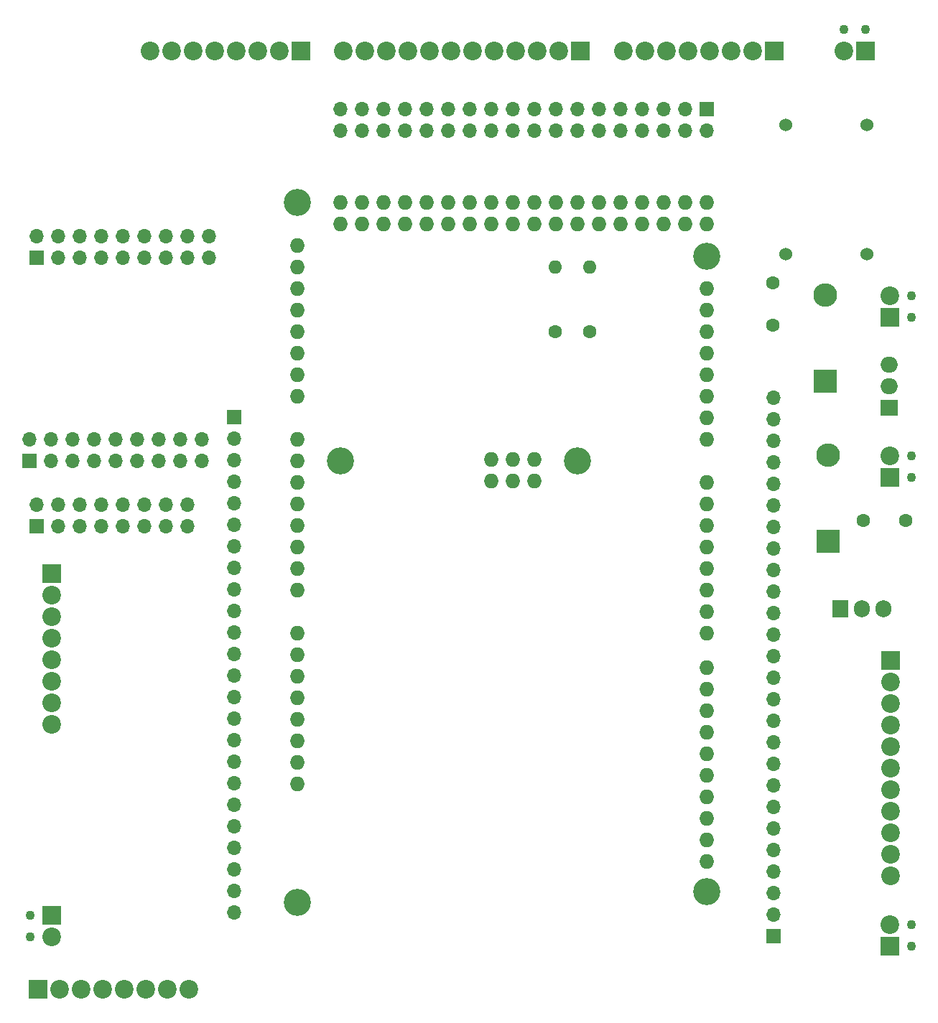
<source format=gbr>
%TF.GenerationSoftware,KiCad,Pcbnew,5.1.10-1.fc34*%
%TF.CreationDate,2021-08-02T19:45:02+02:00*%
%TF.ProjectId,domo_pool_hard,646f6d6f-5f70-46f6-9f6c-5f686172642e,rev?*%
%TF.SameCoordinates,Original*%
%TF.FileFunction,Soldermask,Bot*%
%TF.FilePolarity,Negative*%
%FSLAX46Y46*%
G04 Gerber Fmt 4.6, Leading zero omitted, Abs format (unit mm)*
G04 Created by KiCad (PCBNEW 5.1.10-1.fc34) date 2021-08-02 19:45:02*
%MOMM*%
%LPD*%
G01*
G04 APERTURE LIST*
%ADD10O,1.727200X1.727200*%
%ADD11C,3.200000*%
%ADD12O,1.700000X1.700000*%
%ADD13R,1.700000X1.700000*%
%ADD14C,1.524000*%
%ADD15O,1.600000X1.600000*%
%ADD16C,1.600000*%
%ADD17O,1.905000X2.000000*%
%ADD18R,1.905000X2.000000*%
%ADD19O,2.000000X1.905000*%
%ADD20R,2.000000X1.905000*%
%ADD21C,2.200000*%
%ADD22R,2.200000X2.200000*%
%ADD23C,1.100000*%
%ADD24O,2.800000X2.800000*%
%ADD25R,2.800000X2.800000*%
G04 APERTURE END LIST*
D10*
%TO.C,XA1*%
X94480000Y-112373000D03*
X71620000Y-79480000D03*
X71620000Y-82020000D03*
X74160000Y-79480000D03*
X74160000Y-82020000D03*
X76700000Y-79480000D03*
X76700000Y-82020000D03*
X79240000Y-79480000D03*
X79240000Y-82020000D03*
X81780000Y-79480000D03*
X81780000Y-82020000D03*
X84320000Y-79480000D03*
X84320000Y-82020000D03*
X86860000Y-79480000D03*
X86860000Y-82020000D03*
X89400000Y-79480000D03*
X89400000Y-82020000D03*
X91940000Y-79480000D03*
X91940000Y-82020000D03*
X94480000Y-79480000D03*
X94480000Y-82020000D03*
X97020000Y-79480000D03*
X97020000Y-82020000D03*
X99560000Y-79480000D03*
X99560000Y-82020000D03*
X102100000Y-79480000D03*
X102100000Y-82020000D03*
X104640000Y-79480000D03*
X104640000Y-82020000D03*
X107180000Y-79480000D03*
X107180000Y-82020000D03*
X109720000Y-79480000D03*
X109720000Y-82020000D03*
X112260000Y-79480000D03*
X112260000Y-82020000D03*
X114800000Y-79480000D03*
X114800000Y-82020000D03*
X66540000Y-84560000D03*
X66540000Y-87100000D03*
X66540000Y-89640000D03*
X66540000Y-92180000D03*
X66540000Y-94720000D03*
X66540000Y-97260000D03*
X66540000Y-99800000D03*
X66540000Y-102340000D03*
X66540000Y-107420000D03*
X66540000Y-109960000D03*
X66540000Y-112500000D03*
X66540000Y-115040000D03*
X66540000Y-117580000D03*
X66540000Y-120120000D03*
X66540000Y-122660000D03*
X66540000Y-148060000D03*
X114800000Y-141964000D03*
X114800000Y-144504000D03*
X114800000Y-147044000D03*
X114800000Y-152124000D03*
X114800000Y-154664000D03*
X114800000Y-157204000D03*
D11*
X66540000Y-162030000D03*
X66540000Y-79480000D03*
X114800000Y-160760000D03*
X114800000Y-85830000D03*
X99560000Y-109960000D03*
X71620000Y-109960000D03*
D10*
X114800000Y-139424000D03*
X114800000Y-136884000D03*
X114800000Y-134344000D03*
X114800000Y-149584000D03*
X114800000Y-130280000D03*
X114800000Y-127740000D03*
X114800000Y-125200000D03*
X114800000Y-122660000D03*
X114800000Y-120120000D03*
X114800000Y-117580000D03*
X114800000Y-115040000D03*
X114800000Y-112500000D03*
X114800000Y-107420000D03*
X114800000Y-104880000D03*
X114800000Y-102340000D03*
X114800000Y-99800000D03*
X114800000Y-97260000D03*
X114800000Y-94720000D03*
X114800000Y-92180000D03*
X114800000Y-89640000D03*
X66540000Y-145520000D03*
X66540000Y-142980000D03*
X66540000Y-140440000D03*
X66540000Y-137900000D03*
X66540000Y-135360000D03*
X66540000Y-132820000D03*
X66540000Y-130280000D03*
X66540000Y-125200000D03*
X94480000Y-109833000D03*
X91940000Y-112373000D03*
X91940000Y-109833000D03*
X89400000Y-109833000D03*
X89400000Y-112373000D03*
%TD*%
D12*
%TO.C,J17*%
X53580000Y-115160000D03*
X53580000Y-117700000D03*
X51040000Y-115160000D03*
X51040000Y-117700000D03*
X48500000Y-115160000D03*
X48500000Y-117700000D03*
X45960000Y-115160000D03*
X45960000Y-117700000D03*
X43420000Y-115160000D03*
X43420000Y-117700000D03*
X40880000Y-115160000D03*
X40880000Y-117700000D03*
X38340000Y-115160000D03*
X38340000Y-117700000D03*
X35800000Y-115160000D03*
D13*
X35800000Y-117700000D03*
%TD*%
D14*
%TO.C,U1*%
X133695000Y-85555000D03*
X124170000Y-85555000D03*
X124170000Y-70315000D03*
X133695000Y-70315000D03*
%TD*%
D15*
%TO.C,R2*%
X97000000Y-87080000D03*
D16*
X97000000Y-94700000D03*
%TD*%
D15*
%TO.C,R1*%
X101000000Y-87080000D03*
D16*
X101000000Y-94700000D03*
%TD*%
D17*
%TO.C,Q2*%
X135680000Y-127400000D03*
X133140000Y-127400000D03*
D18*
X130600000Y-127400000D03*
%TD*%
D19*
%TO.C,Q1*%
X136300000Y-98620000D03*
X136300000Y-101160000D03*
D20*
X136300000Y-103700000D03*
%TD*%
D12*
%TO.C,J16*%
X55320000Y-107460000D03*
X55320000Y-110000000D03*
X52780000Y-107460000D03*
X52780000Y-110000000D03*
X50240000Y-107460000D03*
X50240000Y-110000000D03*
X47700000Y-107460000D03*
X47700000Y-110000000D03*
X45160000Y-107460000D03*
X45160000Y-110000000D03*
X42620000Y-107460000D03*
X42620000Y-110000000D03*
X40080000Y-107460000D03*
X40080000Y-110000000D03*
X37540000Y-107460000D03*
X37540000Y-110000000D03*
X35000000Y-107460000D03*
D13*
X35000000Y-110000000D03*
%TD*%
D12*
%TO.C,J15*%
X56120000Y-83460000D03*
X56120000Y-86000000D03*
X53580000Y-83460000D03*
X53580000Y-86000000D03*
X51040000Y-83460000D03*
X51040000Y-86000000D03*
X48500000Y-83460000D03*
X48500000Y-86000000D03*
X45960000Y-83460000D03*
X45960000Y-86000000D03*
X43420000Y-83460000D03*
X43420000Y-86000000D03*
X40880000Y-83460000D03*
X40880000Y-86000000D03*
X38340000Y-83460000D03*
X38340000Y-86000000D03*
X35800000Y-83460000D03*
D13*
X35800000Y-86000000D03*
%TD*%
D21*
%TO.C,J14*%
X136500000Y-158900000D03*
X136500000Y-156360000D03*
X136500000Y-153820000D03*
X136500000Y-151280000D03*
X136500000Y-148740000D03*
X136500000Y-146200000D03*
X136500000Y-143660000D03*
X136500000Y-141120000D03*
X136500000Y-138580000D03*
X136500000Y-136040000D03*
D22*
X136500000Y-133500000D03*
%TD*%
D23*
%TO.C,J13*%
X138940000Y-164660000D03*
D21*
X136400000Y-164660000D03*
D23*
X138940000Y-167200000D03*
D22*
X136400000Y-167200000D03*
%TD*%
D21*
%TO.C,J12*%
X71960000Y-61600000D03*
X74500000Y-61600000D03*
X77040000Y-61600000D03*
X79580000Y-61600000D03*
X82120000Y-61600000D03*
X84660000Y-61600000D03*
X87200000Y-61600000D03*
X89740000Y-61600000D03*
X92280000Y-61600000D03*
X94820000Y-61600000D03*
X97360000Y-61600000D03*
D22*
X99900000Y-61600000D03*
%TD*%
D12*
%TO.C,J11*%
X122700000Y-102520000D03*
X122700000Y-105060000D03*
X122700000Y-107600000D03*
X122700000Y-110140000D03*
X122700000Y-112680000D03*
X122700000Y-115220000D03*
X122700000Y-117760000D03*
X122700000Y-120300000D03*
X122700000Y-122840000D03*
X122700000Y-125380000D03*
X122700000Y-127920000D03*
X122700000Y-130460000D03*
X122700000Y-133000000D03*
X122700000Y-135540000D03*
X122700000Y-138080000D03*
X122700000Y-140620000D03*
X122700000Y-143160000D03*
X122700000Y-145700000D03*
X122700000Y-148240000D03*
X122700000Y-150780000D03*
X122700000Y-153320000D03*
X122700000Y-155860000D03*
X122700000Y-158400000D03*
X122700000Y-160940000D03*
X122700000Y-163480000D03*
D13*
X122700000Y-166020000D03*
%TD*%
D21*
%TO.C,J10*%
X53780000Y-172300000D03*
X51240000Y-172300000D03*
X48700000Y-172300000D03*
X46160000Y-172300000D03*
X43620000Y-172300000D03*
X41080000Y-172300000D03*
X38540000Y-172300000D03*
D22*
X36000000Y-172300000D03*
%TD*%
D23*
%TO.C,J9*%
X35060000Y-166140000D03*
D21*
X37600000Y-166140000D03*
D23*
X35060000Y-163600000D03*
D22*
X37600000Y-163600000D03*
%TD*%
D21*
%TO.C,J8*%
X105020000Y-61600000D03*
X107560000Y-61600000D03*
X110100000Y-61600000D03*
X112640000Y-61600000D03*
X115180000Y-61600000D03*
X117720000Y-61600000D03*
X120260000Y-61600000D03*
D22*
X122800000Y-61600000D03*
%TD*%
D21*
%TO.C,J7*%
X49220000Y-61600000D03*
X51760000Y-61600000D03*
X54300000Y-61600000D03*
X56840000Y-61600000D03*
X59380000Y-61600000D03*
X61920000Y-61600000D03*
X64460000Y-61600000D03*
D22*
X67000000Y-61600000D03*
%TD*%
D23*
%TO.C,J6*%
X138940000Y-109360000D03*
D21*
X136400000Y-109360000D03*
D23*
X138940000Y-111900000D03*
D22*
X136400000Y-111900000D03*
%TD*%
D23*
%TO.C,J5*%
X138940000Y-90500000D03*
D21*
X136400000Y-90500000D03*
D23*
X138940000Y-93040000D03*
D22*
X136400000Y-93040000D03*
%TD*%
D21*
%TO.C,J4*%
X37600000Y-141080000D03*
X37600000Y-138540000D03*
X37600000Y-136000000D03*
X37600000Y-133460000D03*
X37600000Y-130920000D03*
X37600000Y-128380000D03*
X37600000Y-125840000D03*
D22*
X37600000Y-123300000D03*
%TD*%
D12*
%TO.C,J3*%
X71620000Y-71040000D03*
X71620000Y-68500000D03*
X74160000Y-71040000D03*
X74160000Y-68500000D03*
X76700000Y-71040000D03*
X76700000Y-68500000D03*
X79240000Y-71040000D03*
X79240000Y-68500000D03*
X81780000Y-71040000D03*
X81780000Y-68500000D03*
X84320000Y-71040000D03*
X84320000Y-68500000D03*
X86860000Y-71040000D03*
X86860000Y-68500000D03*
X89400000Y-71040000D03*
X89400000Y-68500000D03*
X91940000Y-71040000D03*
X91940000Y-68500000D03*
X94480000Y-71040000D03*
X94480000Y-68500000D03*
X97020000Y-71040000D03*
X97020000Y-68500000D03*
X99560000Y-71040000D03*
X99560000Y-68500000D03*
X102100000Y-71040000D03*
X102100000Y-68500000D03*
X104640000Y-71040000D03*
X104640000Y-68500000D03*
X107180000Y-71040000D03*
X107180000Y-68500000D03*
X109720000Y-71040000D03*
X109720000Y-68500000D03*
X112260000Y-71040000D03*
X112260000Y-68500000D03*
X114800000Y-71040000D03*
D13*
X114800000Y-68500000D03*
%TD*%
D12*
%TO.C,J2*%
X59100000Y-163220000D03*
X59100000Y-160680000D03*
X59100000Y-158140000D03*
X59100000Y-155600000D03*
X59100000Y-153060000D03*
X59100000Y-150520000D03*
X59100000Y-147980000D03*
X59100000Y-145440000D03*
X59100000Y-142900000D03*
X59100000Y-140360000D03*
X59100000Y-137820000D03*
X59100000Y-135280000D03*
X59100000Y-132740000D03*
X59100000Y-130200000D03*
X59100000Y-127660000D03*
X59100000Y-125120000D03*
X59100000Y-122580000D03*
X59100000Y-120040000D03*
X59100000Y-117500000D03*
X59100000Y-114960000D03*
X59100000Y-112420000D03*
X59100000Y-109880000D03*
X59100000Y-107340000D03*
D13*
X59100000Y-104800000D03*
%TD*%
D23*
%TO.C,J1*%
X130960000Y-59060000D03*
D21*
X130960000Y-61600000D03*
D23*
X133500000Y-59060000D03*
D22*
X133500000Y-61600000D03*
%TD*%
D24*
%TO.C,D2*%
X129100000Y-109340000D03*
D25*
X129100000Y-119500000D03*
%TD*%
D24*
%TO.C,D1*%
X128800000Y-90440000D03*
D25*
X128800000Y-100600000D03*
%TD*%
D16*
%TO.C,C2*%
X138300000Y-117000000D03*
X133300000Y-117000000D03*
%TD*%
%TO.C,C1*%
X122600000Y-89000000D03*
X122600000Y-94000000D03*
%TD*%
M02*

</source>
